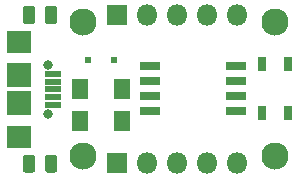
<source format=gbr>
G04 #@! TF.GenerationSoftware,KiCad,Pcbnew,(5.0.0)*
G04 #@! TF.CreationDate,2018-09-11T18:50:04-05:00*
G04 #@! TF.ProjectId,mini-attinyuino,6D696E692D617474696E7975696E6F2E,1.0*
G04 #@! TF.SameCoordinates,Original*
G04 #@! TF.FileFunction,Soldermask,Top*
G04 #@! TF.FilePolarity,Negative*
%FSLAX46Y46*%
G04 Gerber Fmt 4.6, Leading zero omitted, Abs format (unit mm)*
G04 Created by KiCad (PCBNEW (5.0.0)) date 09/11/18 18:50:04*
%MOMM*%
%LPD*%
G01*
G04 APERTURE LIST*
%ADD10C,2.300000*%
%ADD11R,0.750000X1.150000*%
%ADD12O,1.800000X1.800000*%
%ADD13R,1.800000X1.800000*%
%ADD14R,1.400000X1.800000*%
%ADD15R,0.600000X0.600000*%
%ADD16C,0.127000*%
%ADD17C,1.075000*%
%ADD18R,2.000000X1.900000*%
%ADD19R,2.000000X2.000000*%
%ADD20R,1.450000X0.500000*%
%ADD21C,0.800000*%
%ADD22R,1.800000X0.750000*%
G04 APERTURE END LIST*
D10*
G04 #@! TO.C,MH1*
X139941000Y-99194600D03*
G04 #@! TD*
G04 #@! TO.C,MH3*
X139941000Y-87812900D03*
G04 #@! TD*
D11*
G04 #@! TO.C,SW1*
X138815000Y-95563500D03*
X138815000Y-91413500D03*
X140965000Y-95563500D03*
X140965000Y-91413500D03*
G04 #@! TD*
D12*
G04 #@! TO.C,J1*
X136675000Y-99778800D03*
X134135000Y-99778800D03*
X131595000Y-99778800D03*
X129055000Y-99778800D03*
D13*
X126515000Y-99778800D03*
G04 #@! TD*
G04 #@! TO.C,J2*
X126515000Y-87233800D03*
D12*
X129055000Y-87233800D03*
X131595000Y-87233800D03*
X134135000Y-87233800D03*
X136675000Y-87233800D03*
G04 #@! TD*
D14*
G04 #@! TO.C,D4*
X123419000Y-93526500D03*
X126919000Y-93526500D03*
G04 #@! TD*
D15*
G04 #@! TO.C,D2*
X126269000Y-91008200D03*
X124069000Y-91008200D03*
G04 #@! TD*
D16*
G04 #@! TO.C,D3*
G36*
X119359592Y-86479994D02*
X119385681Y-86483864D01*
X119411264Y-86490272D01*
X119436096Y-86499157D01*
X119459938Y-86510434D01*
X119482560Y-86523993D01*
X119503743Y-86539703D01*
X119523285Y-86557415D01*
X119540997Y-86576957D01*
X119556707Y-86598140D01*
X119570266Y-86620762D01*
X119581543Y-86644604D01*
X119590428Y-86669436D01*
X119596836Y-86695019D01*
X119600706Y-86721108D01*
X119602000Y-86747450D01*
X119602000Y-87709950D01*
X119600706Y-87736292D01*
X119596836Y-87762381D01*
X119590428Y-87787964D01*
X119581543Y-87812796D01*
X119570266Y-87836638D01*
X119556707Y-87859260D01*
X119540997Y-87880443D01*
X119523285Y-87899985D01*
X119503743Y-87917697D01*
X119482560Y-87933407D01*
X119459938Y-87946966D01*
X119436096Y-87958243D01*
X119411264Y-87967128D01*
X119385681Y-87973536D01*
X119359592Y-87977406D01*
X119333250Y-87978700D01*
X118795750Y-87978700D01*
X118769408Y-87977406D01*
X118743319Y-87973536D01*
X118717736Y-87967128D01*
X118692904Y-87958243D01*
X118669062Y-87946966D01*
X118646440Y-87933407D01*
X118625257Y-87917697D01*
X118605715Y-87899985D01*
X118588003Y-87880443D01*
X118572293Y-87859260D01*
X118558734Y-87836638D01*
X118547457Y-87812796D01*
X118538572Y-87787964D01*
X118532164Y-87762381D01*
X118528294Y-87736292D01*
X118527000Y-87709950D01*
X118527000Y-86747450D01*
X118528294Y-86721108D01*
X118532164Y-86695019D01*
X118538572Y-86669436D01*
X118547457Y-86644604D01*
X118558734Y-86620762D01*
X118572293Y-86598140D01*
X118588003Y-86576957D01*
X118605715Y-86557415D01*
X118625257Y-86539703D01*
X118646440Y-86523993D01*
X118669062Y-86510434D01*
X118692904Y-86499157D01*
X118717736Y-86490272D01*
X118743319Y-86483864D01*
X118769408Y-86479994D01*
X118795750Y-86478700D01*
X119333250Y-86478700D01*
X119359592Y-86479994D01*
X119359592Y-86479994D01*
G37*
D17*
X119064500Y-87228700D03*
D16*
G36*
X121234592Y-86479994D02*
X121260681Y-86483864D01*
X121286264Y-86490272D01*
X121311096Y-86499157D01*
X121334938Y-86510434D01*
X121357560Y-86523993D01*
X121378743Y-86539703D01*
X121398285Y-86557415D01*
X121415997Y-86576957D01*
X121431707Y-86598140D01*
X121445266Y-86620762D01*
X121456543Y-86644604D01*
X121465428Y-86669436D01*
X121471836Y-86695019D01*
X121475706Y-86721108D01*
X121477000Y-86747450D01*
X121477000Y-87709950D01*
X121475706Y-87736292D01*
X121471836Y-87762381D01*
X121465428Y-87787964D01*
X121456543Y-87812796D01*
X121445266Y-87836638D01*
X121431707Y-87859260D01*
X121415997Y-87880443D01*
X121398285Y-87899985D01*
X121378743Y-87917697D01*
X121357560Y-87933407D01*
X121334938Y-87946966D01*
X121311096Y-87958243D01*
X121286264Y-87967128D01*
X121260681Y-87973536D01*
X121234592Y-87977406D01*
X121208250Y-87978700D01*
X120670750Y-87978700D01*
X120644408Y-87977406D01*
X120618319Y-87973536D01*
X120592736Y-87967128D01*
X120567904Y-87958243D01*
X120544062Y-87946966D01*
X120521440Y-87933407D01*
X120500257Y-87917697D01*
X120480715Y-87899985D01*
X120463003Y-87880443D01*
X120447293Y-87859260D01*
X120433734Y-87836638D01*
X120422457Y-87812796D01*
X120413572Y-87787964D01*
X120407164Y-87762381D01*
X120403294Y-87736292D01*
X120402000Y-87709950D01*
X120402000Y-86747450D01*
X120403294Y-86721108D01*
X120407164Y-86695019D01*
X120413572Y-86669436D01*
X120422457Y-86644604D01*
X120433734Y-86620762D01*
X120447293Y-86598140D01*
X120463003Y-86576957D01*
X120480715Y-86557415D01*
X120500257Y-86539703D01*
X120521440Y-86523993D01*
X120544062Y-86510434D01*
X120567904Y-86499157D01*
X120592736Y-86490272D01*
X120618319Y-86483864D01*
X120644408Y-86479994D01*
X120670750Y-86478700D01*
X121208250Y-86478700D01*
X121234592Y-86479994D01*
X121234592Y-86479994D01*
G37*
D17*
X120939500Y-87228700D03*
G04 #@! TD*
D10*
G04 #@! TO.C,MH4*
X123647000Y-99194600D03*
G04 #@! TD*
D18*
G04 #@! TO.C,J3*
X118219000Y-89527900D03*
X118219000Y-97527900D03*
D19*
X118219000Y-92327900D03*
X118219000Y-94727900D03*
D20*
X121094000Y-92227900D03*
X121094000Y-92877900D03*
X121094000Y-93527900D03*
X121094000Y-94177900D03*
X121094000Y-94827900D03*
D21*
X120669000Y-91452900D03*
X120669000Y-95602900D03*
G04 #@! TD*
D10*
G04 #@! TO.C,MH2*
X123647000Y-87812900D03*
G04 #@! TD*
D16*
G04 #@! TO.C,D1*
G36*
X119364592Y-99078394D02*
X119390681Y-99082264D01*
X119416264Y-99088672D01*
X119441096Y-99097557D01*
X119464938Y-99108834D01*
X119487560Y-99122393D01*
X119508743Y-99138103D01*
X119528285Y-99155815D01*
X119545997Y-99175357D01*
X119561707Y-99196540D01*
X119575266Y-99219162D01*
X119586543Y-99243004D01*
X119595428Y-99267836D01*
X119601836Y-99293419D01*
X119605706Y-99319508D01*
X119607000Y-99345850D01*
X119607000Y-100308350D01*
X119605706Y-100334692D01*
X119601836Y-100360781D01*
X119595428Y-100386364D01*
X119586543Y-100411196D01*
X119575266Y-100435038D01*
X119561707Y-100457660D01*
X119545997Y-100478843D01*
X119528285Y-100498385D01*
X119508743Y-100516097D01*
X119487560Y-100531807D01*
X119464938Y-100545366D01*
X119441096Y-100556643D01*
X119416264Y-100565528D01*
X119390681Y-100571936D01*
X119364592Y-100575806D01*
X119338250Y-100577100D01*
X118800750Y-100577100D01*
X118774408Y-100575806D01*
X118748319Y-100571936D01*
X118722736Y-100565528D01*
X118697904Y-100556643D01*
X118674062Y-100545366D01*
X118651440Y-100531807D01*
X118630257Y-100516097D01*
X118610715Y-100498385D01*
X118593003Y-100478843D01*
X118577293Y-100457660D01*
X118563734Y-100435038D01*
X118552457Y-100411196D01*
X118543572Y-100386364D01*
X118537164Y-100360781D01*
X118533294Y-100334692D01*
X118532000Y-100308350D01*
X118532000Y-99345850D01*
X118533294Y-99319508D01*
X118537164Y-99293419D01*
X118543572Y-99267836D01*
X118552457Y-99243004D01*
X118563734Y-99219162D01*
X118577293Y-99196540D01*
X118593003Y-99175357D01*
X118610715Y-99155815D01*
X118630257Y-99138103D01*
X118651440Y-99122393D01*
X118674062Y-99108834D01*
X118697904Y-99097557D01*
X118722736Y-99088672D01*
X118748319Y-99082264D01*
X118774408Y-99078394D01*
X118800750Y-99077100D01*
X119338250Y-99077100D01*
X119364592Y-99078394D01*
X119364592Y-99078394D01*
G37*
D17*
X119069500Y-99827100D03*
D16*
G36*
X121239592Y-99078394D02*
X121265681Y-99082264D01*
X121291264Y-99088672D01*
X121316096Y-99097557D01*
X121339938Y-99108834D01*
X121362560Y-99122393D01*
X121383743Y-99138103D01*
X121403285Y-99155815D01*
X121420997Y-99175357D01*
X121436707Y-99196540D01*
X121450266Y-99219162D01*
X121461543Y-99243004D01*
X121470428Y-99267836D01*
X121476836Y-99293419D01*
X121480706Y-99319508D01*
X121482000Y-99345850D01*
X121482000Y-100308350D01*
X121480706Y-100334692D01*
X121476836Y-100360781D01*
X121470428Y-100386364D01*
X121461543Y-100411196D01*
X121450266Y-100435038D01*
X121436707Y-100457660D01*
X121420997Y-100478843D01*
X121403285Y-100498385D01*
X121383743Y-100516097D01*
X121362560Y-100531807D01*
X121339938Y-100545366D01*
X121316096Y-100556643D01*
X121291264Y-100565528D01*
X121265681Y-100571936D01*
X121239592Y-100575806D01*
X121213250Y-100577100D01*
X120675750Y-100577100D01*
X120649408Y-100575806D01*
X120623319Y-100571936D01*
X120597736Y-100565528D01*
X120572904Y-100556643D01*
X120549062Y-100545366D01*
X120526440Y-100531807D01*
X120505257Y-100516097D01*
X120485715Y-100498385D01*
X120468003Y-100478843D01*
X120452293Y-100457660D01*
X120438734Y-100435038D01*
X120427457Y-100411196D01*
X120418572Y-100386364D01*
X120412164Y-100360781D01*
X120408294Y-100334692D01*
X120407000Y-100308350D01*
X120407000Y-99345850D01*
X120408294Y-99319508D01*
X120412164Y-99293419D01*
X120418572Y-99267836D01*
X120427457Y-99243004D01*
X120438734Y-99219162D01*
X120452293Y-99196540D01*
X120468003Y-99175357D01*
X120485715Y-99155815D01*
X120505257Y-99138103D01*
X120526440Y-99122393D01*
X120549062Y-99108834D01*
X120572904Y-99097557D01*
X120597736Y-99088672D01*
X120623319Y-99082264D01*
X120649408Y-99078394D01*
X120675750Y-99077100D01*
X121213250Y-99077100D01*
X121239592Y-99078394D01*
X121239592Y-99078394D01*
G37*
D17*
X120944500Y-99827100D03*
G04 #@! TD*
D14*
G04 #@! TO.C,D5*
X126919000Y-96194900D03*
X123419000Y-96194900D03*
G04 #@! TD*
D22*
G04 #@! TO.C,U2*
X129324000Y-91583500D03*
X129324000Y-92853500D03*
X129324000Y-94123500D03*
X129324000Y-95393500D03*
X136624000Y-95393500D03*
X136624000Y-94123500D03*
X136624000Y-92853500D03*
X136624000Y-91583500D03*
G04 #@! TD*
M02*

</source>
